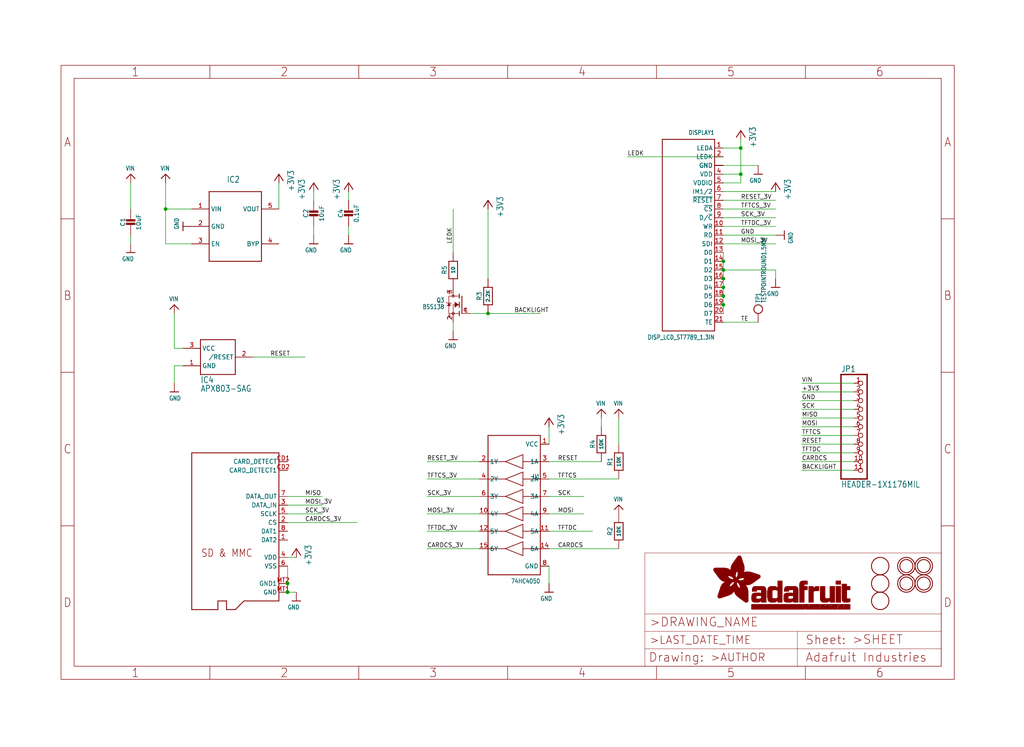
<source format=kicad_sch>
(kicad_sch (version 20211123) (generator eeschema)
  (paper "User" 298.45 217.881)
  (lib_symbols
    (symbol "eagleSchem-eagle-import:+3V3" (power)
      (property "Value" "+3V3" (at -2.54 -5.08 90))
      (symbol "+3V3_1_0"
        (pin power_in line (at 0 -2.54 90) (length 2.54) (name "+3V3") (number "1"))
      )
    )
    (symbol "eagleSchem-eagle-import:74HC4050DTSSOP"
      (property "Reference" "U" (at -7.62 22.86 0))
      (property "Value" "74HC4050DTSSOP" (at -7.62 -22.86 0))
      (symbol "74HC4050DTSSOP_1_0"
        (pin bidirectional line (at -10.16 17.78 0) (length 2.54) (name "VCC") (number "1"))
        (pin bidirectional line (at 10.16 -2.54 180) (length 2.54) (name "4Y") (number "10"))
        (pin bidirectional line (at -10.16 -7.62 0) (length 2.54) (name "5A") (number "11"))
        (pin bidirectional line (at 10.16 -7.62 180) (length 2.54) (name "5Y") (number "12"))
        (pin bidirectional line (at -10.16 -12.7 0) (length 2.54) (name "6A") (number "14"))
        (pin bidirectional line (at 10.16 -12.7 180) (length 2.54) (name "6Y") (number "15"))
        (pin bidirectional line (at 10.16 12.7 180) (length 2.54) (name "1Y") (number "2"))
        (pin bidirectional line (at -10.16 12.7 0) (length 2.54) (name "1A") (number "3"))
        (pin bidirectional line (at 10.16 7.62 180) (length 2.54) (name "2Y") (number "4"))
        (pin bidirectional line (at -10.16 7.62 0) (length 2.54) (name "2A") (number "5"))
        (pin bidirectional line (at 10.16 2.54 180) (length 2.54) (name "3Y") (number "6"))
        (pin bidirectional line (at -10.16 2.54 0) (length 2.54) (name "3A") (number "7"))
        (pin bidirectional line (at -10.16 -17.78 0) (length 2.54) (name "GND") (number "8"))
        (pin bidirectional line (at -10.16 -2.54 0) (length 2.54) (name "4A") (number "9"))
      )
    )
    (symbol "eagleSchem-eagle-import:AXP083-SAG"
      (property "Reference" "IC" (at -5.08 -7.62 0))
      (property "Value" "AXP083-SAG" (at -5.08 -10.16 0))
      (symbol "AXP083-SAG_1_0"
        (pin power_in line (at -10.16 -2.54 0) (length 5.08) (name "GND") (number "1"))
        (pin output line (at 10.16 0 180) (length 5.08) (name "/RESET") (number "2"))
        (pin power_in line (at -10.16 2.54 0) (length 5.08) (name "VCC") (number "3"))
      )
    )
    (symbol "eagleSchem-eagle-import:CAP_CERAMIC0603_NO"
      (property "Reference" "C" (at -2.29 1.25 90))
      (property "Value" "CAP_CERAMIC0603_NO" (at 2.3 1.25 90))
      (symbol "CAP_CERAMIC0603_NO_1_0"
        (pin passive line (at 0 5.08 270) (length 2.54) (name "1") (number "1"))
        (pin passive line (at 0 -2.54 90) (length 2.54) (name "2") (number "2"))
      )
    )
    (symbol "eagleSchem-eagle-import:CAP_CERAMIC0805-NOOUTLINE"
      (property "Reference" "C" (at -2.29 1.25 90))
      (property "Value" "CAP_CERAMIC0805-NOOUTLINE" (at 2.3 1.25 90))
      (symbol "CAP_CERAMIC0805-NOOUTLINE_1_0"
        (pin passive line (at 0 5.08 270) (length 2.54) (name "1") (number "1"))
        (pin passive line (at 0 -2.54 90) (length 2.54) (name "2") (number "2"))
      )
    )
    (symbol "eagleSchem-eagle-import:DISP_LCD_ST7789_1.3IN"
      (property "Reference" "DISPLAY" (at -7.62 31.75 0))
      (property "Value" "DISP_LCD_ST7789_1.3IN" (at -7.62 -27.94 0))
      (symbol "DISP_LCD_ST7789_1.3IN_1_0"
        (pin input line (at -10.16 27.94 0) (length 2.54) (name "LEDA") (number "1"))
        (pin input line (at -10.16 5.08 0) (length 2.54) (name "WR") (number "10"))
        (pin input line (at -10.16 2.54 0) (length 2.54) (name "RD") (number "11"))
        (pin input line (at -10.16 0 0) (length 2.54) (name "SDI") (number "12"))
        (pin bidirectional line (at -10.16 -2.54 0) (length 2.54) (name "D0") (number "13"))
        (pin bidirectional line (at -10.16 -5.08 0) (length 2.54) (name "D1") (number "14"))
        (pin bidirectional line (at -10.16 -7.62 0) (length 2.54) (name "D2") (number "15"))
        (pin bidirectional line (at -10.16 -10.16 0) (length 2.54) (name "D3") (number "16"))
        (pin bidirectional line (at -10.16 -12.7 0) (length 2.54) (name "D4") (number "17"))
        (pin bidirectional line (at -10.16 -15.24 0) (length 2.54) (name "D5") (number "18"))
        (pin bidirectional line (at -10.16 -17.78 0) (length 2.54) (name "D6") (number "19"))
        (pin input line (at -10.16 25.4 0) (length 2.54) (name "LEDK") (number "2"))
        (pin bidirectional line (at -10.16 -20.32 0) (length 2.54) (name "D7") (number "20"))
        (pin output line (at -10.16 -22.86 0) (length 2.54) (name "TE") (number "21"))
        (pin power_in line (at -10.16 22.86 0) (length 2.54) (name "GND") (number "23"))
        (pin power_in line (at -10.16 22.86 0) (length 2.54) (name "GND") (number "24"))
        (pin power_in line (at -10.16 22.86 0) (length 2.54) (name "GND") (number "3"))
        (pin power_in line (at -10.16 20.32 0) (length 2.54) (name "VDD") (number "4"))
        (pin power_in line (at -10.16 17.78 0) (length 2.54) (name "VDDIO") (number "5"))
        (pin input line (at -10.16 15.24 0) (length 2.54) (name "IM1/2") (number "6"))
        (pin input line (at -10.16 12.7 0) (length 2.54) (name "~{RESET}") (number "7"))
        (pin input line (at -10.16 10.16 0) (length 2.54) (name "~{CS}") (number "8"))
        (pin input line (at -10.16 7.62 0) (length 2.54) (name "D/~{C}") (number "9"))
      )
    )
    (symbol "eagleSchem-eagle-import:FIDUCIAL")
    (symbol "eagleSchem-eagle-import:FRAME_A4_ADAFRUIT"
      (symbol "FRAME_A4_ADAFRUIT_1_0"
        (text "1" (at 21.6958 1.905 0) (effects (font (size 2.54 2.286))))
        (text "1" (at 21.6958 177.165 0) (effects (font (size 2.54 2.286))))
        (text "2" (at 65.0875 1.905 0) (effects (font (size 2.54 2.286))))
        (text "2" (at 65.0875 177.165 0) (effects (font (size 2.54 2.286))))
        (text "3" (at 108.4792 1.905 0) (effects (font (size 2.54 2.286))))
        (text "3" (at 108.4792 177.165 0) (effects (font (size 2.54 2.286))))
        (text "4" (at 151.8708 1.905 0) (effects (font (size 2.54 2.286))))
        (text "4" (at 151.8708 177.165 0) (effects (font (size 2.54 2.286))))
        (text "5" (at 195.2625 1.905 0) (effects (font (size 2.54 2.286))))
        (text "5" (at 195.2625 177.165 0) (effects (font (size 2.54 2.286))))
        (text "6" (at 238.6542 1.905 0) (effects (font (size 2.54 2.286))))
        (text "6" (at 238.6542 177.165 0) (effects (font (size 2.54 2.286))))
        (text ">AUTHOR" (at 189.23 5.08 0) (effects (font (size 2.286 2.286)) (justify left bottom)))
        (text ">DRAWING_NAME" (at 171.45 15.24 0) (effects (font (size 2.54 2.54)) (justify left bottom)))
        (text ">LAST_DATE_TIME" (at 171.45 10.16 0) (effects (font (size 2.286 2.286)) (justify left bottom)))
        (text ">SHEET" (at 230.505 10.16 0) (effects (font (size 2.54 2.54)) (justify left bottom)))
        (text "A" (at 1.905 156.6863 0) (effects (font (size 2.54 2.286))))
        (text "A" (at 258.445 156.6863 0) (effects (font (size 2.54 2.286))))
        (text "Adafruit Industries" (at 216.916 4.953 0) (effects (font (size 2.54 2.54)) (justify left bottom)))
        (text "B" (at 1.905 111.9188 0) (effects (font (size 2.54 2.286))))
        (text "B" (at 258.445 111.9188 0) (effects (font (size 2.54 2.286))))
        (text "C" (at 1.905 67.1513 0) (effects (font (size 2.54 2.286))))
        (text "C" (at 258.445 67.1513 0) (effects (font (size 2.54 2.286))))
        (text "D" (at 1.905 22.3838 0) (effects (font (size 2.54 2.286))))
        (text "D" (at 258.445 22.3838 0) (effects (font (size 2.54 2.286))))
        (text "Drawing:" (at 171.196 4.953 0) (effects (font (size 2.54 2.54)) (justify left bottom)))
        (text "Sheet:" (at 216.916 10.033 0) (effects (font (size 2.54 2.54)) (justify left bottom)))
      )
    )
    (symbol "eagleSchem-eagle-import:GND" (power)
      (property "Value" "GND" (at -1.524 -2.54 0))
      (symbol "GND_1_0"
        (pin power_in line (at 0 2.54 270) (length 2.54) (name "GND") (number "1"))
      )
    )
    (symbol "eagleSchem-eagle-import:HEADER-1X1176MIL"
      (property "Reference" "JP" (at -6.35 15.875 0))
      (property "Value" "HEADER-1X1176MIL" (at -6.35 -17.78 0))
      (symbol "HEADER-1X1176MIL_1_0"
        (pin passive inverted (at -2.54 12.7 0) (length 2.54) (name "1") (number "1"))
        (pin passive inverted (at -2.54 -10.16 0) (length 2.54) (name "10") (number "10"))
        (pin passive inverted (at -2.54 -12.7 0) (length 2.54) (name "11") (number "11"))
        (pin passive inverted (at -2.54 10.16 0) (length 2.54) (name "2") (number "2"))
        (pin passive inverted (at -2.54 7.62 0) (length 2.54) (name "3") (number "3"))
        (pin passive inverted (at -2.54 5.08 0) (length 2.54) (name "4") (number "4"))
        (pin passive inverted (at -2.54 2.54 0) (length 2.54) (name "5") (number "5"))
        (pin passive inverted (at -2.54 0 0) (length 2.54) (name "6") (number "6"))
        (pin passive inverted (at -2.54 -2.54 0) (length 2.54) (name "7") (number "7"))
        (pin passive inverted (at -2.54 -5.08 0) (length 2.54) (name "8") (number "8"))
        (pin passive inverted (at -2.54 -7.62 0) (length 2.54) (name "9") (number "9"))
      )
    )
    (symbol "eagleSchem-eagle-import:LP298XS"
      (property "Reference" "IC" (at -12.7 -5.08 90))
      (property "Value" "LP298XS" (at 12.7 -5.08 90))
      (symbol "LP298XS_1_0"
        (pin bidirectional line (at -5.08 -15.24 90) (length 5.08) (name "VIN") (number "1"))
        (pin bidirectional line (at 0 -15.24 90) (length 5.08) (name "GND") (number "2"))
        (pin bidirectional line (at 5.08 -15.24 90) (length 5.08) (name "EN") (number "3"))
        (pin bidirectional line (at 5.08 10.16 270) (length 5.08) (name "BYP") (number "4"))
        (pin bidirectional line (at -5.08 10.16 270) (length 5.08) (name "VOUT") (number "5"))
      )
    )
    (symbol "eagleSchem-eagle-import:MICROSD"
      (symbol "MICROSD_1_0"
        (text "SD & MMC" (at -7.62 -10.16 0) (effects (font (size 2.1844 1.8567)) (justify left bottom)))
        (pin bidirectional line (at -17.78 -5.08 0) (length 2.54) (name "DAT2") (number "1"))
        (pin input line (at -17.78 0 0) (length 2.54) (name "CS") (number "2"))
        (pin input line (at -17.78 5.08 0) (length 2.54) (name "DATA_IN") (number "3"))
        (pin power_in line (at -17.78 -10.16 0) (length 2.54) (name "VDD") (number "4"))
        (pin input line (at -17.78 2.54 0) (length 2.54) (name "SCLK") (number "5"))
        (pin power_in line (at -17.78 -12.7 0) (length 2.54) (name "VSS") (number "6"))
        (pin output line (at -17.78 7.62 0) (length 2.54) (name "DATA_OUT") (number "7"))
        (pin bidirectional line (at -17.78 -2.54 0) (length 2.54) (name "DAT1") (number "8"))
        (pin passive line (at -17.78 17.78 0) (length 2.54) (name "CARD_DETECT") (number "CD1"))
        (pin passive line (at -17.78 15.24 0) (length 2.54) (name "CARD_DETECT1") (number "CD2"))
        (pin power_in line (at -17.78 -20.32 0) (length 2.54) (name "GND") (number "MT1"))
        (pin power_in line (at -17.78 -17.78 0) (length 2.54) (name "GND1") (number "MT2"))
      )
    )
    (symbol "eagleSchem-eagle-import:MOSFET-NWIDE"
      (property "Reference" "Q" (at 5.08 0.635 0))
      (property "Value" "MOSFET-NWIDE" (at 5.08 -1.27 0))
      (symbol "MOSFET-NWIDE_1_0"
        (text "D" (at 3.175 3.175 0) (effects (font (size 0.8128 0.6908)) (justify left bottom)))
        (text "G" (at -1.27 -1.905 0) (effects (font (size 0.8128 0.6908)) (justify left bottom)))
        (text "S" (at 3.175 -3.81 0) (effects (font (size 0.8128 0.6908)) (justify left bottom)))
        (pin bidirectional line (at -2.54 -2.54 0) (length 2.54) (name "G") (number "1"))
        (pin bidirectional line (at 2.54 -5.08 90) (length 2.54) (name "S") (number "2"))
        (pin bidirectional line (at 2.54 5.08 270) (length 2.54) (name "D") (number "3"))
      )
    )
    (symbol "eagleSchem-eagle-import:MOUNTINGHOLE2.5")
    (symbol "eagleSchem-eagle-import:RESISTOR_0603_NOOUT"
      (property "Reference" "R" (at 0 2.54 0))
      (property "Value" "RESISTOR_0603_NOOUT" (at 0 0 0))
      (symbol "RESISTOR_0603_NOOUT_1_0"
        (pin passive line (at -5.08 0 0) (length 2.54) (name "1") (number "1"))
        (pin passive line (at 5.08 0 180) (length 2.54) (name "2") (number "2"))
      )
    )
    (symbol "eagleSchem-eagle-import:TESTPOINTROUND1.5MM"
      (property "Reference" "TP" (at 0 5.588 90))
      (property "Value" "TESTPOINTROUND1.5MM" (at 1.651 5.588 90))
      (symbol "TESTPOINTROUND1.5MM_1_0"
        (pin bidirectional line (at 0 0 90) (length 2.54) (name "P$1") (number "P$1"))
      )
    )
    (symbol "eagleSchem-eagle-import:VIN" (power)
      (property "Value" "VIN" (at -1.524 1.016 0))
      (symbol "VIN_1_0"
        (pin power_in line (at 0 -2.54 90) (length 2.54) (name "VIN") (number "1"))
      )
    )
  )
  (junction (at 210.82 81.28))
  (junction (at 215.9 43.18))
  (junction (at 215.9 50.8))
  (junction (at 48.26 60.96))
  (junction (at 83.82 172.72))
  (junction (at 210.82 88.9))
  (junction (at 210.82 83.82))
  (junction (at 210.82 86.36))
  (junction (at 83.82 170.18))
  (junction (at 210.82 78.74))
  (junction (at 210.82 76.2))
  (junction (at 142.24 91.44))
  (wire (pts (xy 248.92 111.76) (xy 233.68 111.76)))
  (wire (pts (xy 160.02 139.7) (xy 180.34 139.7)))
  (wire (pts (xy 48.26 60.96) (xy 55.88 60.96)))
  (wire (pts (xy 210.82 50.8) (xy 215.9 50.8)))
  (wire (pts (xy 210.82 68.58) (xy 226.06 68.58)))
  (wire (pts (xy 132.08 96.52) (xy 132.08 93.98)))
  (wire (pts (xy 210.82 93.98) (xy 220.98 93.98)))
  (wire (pts (xy 139.7 160.02) (xy 124.46 160.02)))
  (wire (pts (xy 248.92 134.62) (xy 233.68 134.62)))
  (wire (pts (xy 210.82 78.74) (xy 210.82 81.28)))
  (wire (pts (xy 91.44 55.88) (xy 91.44 58.42)))
  (wire (pts (xy 50.8 106.68) (xy 53.34 106.68)))
  (wire (pts (xy 83.82 172.72) (xy 83.82 170.18)))
  (wire (pts (xy 137.16 91.44) (xy 142.24 91.44)))
  (wire (pts (xy 210.82 53.34) (xy 215.9 53.34)))
  (wire (pts (xy 248.92 137.16) (xy 233.68 137.16)))
  (wire (pts (xy 142.24 60.96) (xy 142.24 81.28)))
  (wire (pts (xy 160.02 134.62) (xy 175.26 134.62)))
  (wire (pts (xy 210.82 63.5) (xy 226.06 63.5)))
  (wire (pts (xy 53.34 101.6) (xy 50.8 101.6)))
  (wire (pts (xy 210.82 58.42) (xy 226.06 58.42)))
  (wire (pts (xy 226.06 60.96) (xy 210.82 60.96)))
  (wire (pts (xy 101.6 55.88) (xy 101.6 58.42)))
  (wire (pts (xy 38.1 71.12) (xy 38.1 68.58)))
  (wire (pts (xy 48.26 60.96) (xy 48.26 53.34)))
  (wire (pts (xy 132.08 73.66) (xy 132.08 60.96)))
  (wire (pts (xy 210.82 55.88) (xy 226.06 55.88)))
  (wire (pts (xy 170.18 144.78) (xy 160.02 144.78)))
  (wire (pts (xy 226.06 66.04) (xy 210.82 66.04)))
  (wire (pts (xy 139.7 134.62) (xy 124.46 134.62)))
  (wire (pts (xy 210.82 48.26) (xy 220.98 48.26)))
  (wire (pts (xy 248.92 116.84) (xy 233.68 116.84)))
  (wire (pts (xy 73.66 104.14) (xy 88.9 104.14)))
  (wire (pts (xy 38.1 53.34) (xy 38.1 60.96)))
  (wire (pts (xy 180.34 121.92) (xy 180.34 129.54)))
  (wire (pts (xy 233.68 121.92) (xy 248.92 121.92)))
  (wire (pts (xy 91.44 68.58) (xy 91.44 66.04)))
  (wire (pts (xy 55.88 71.12) (xy 48.26 71.12)))
  (wire (pts (xy 210.82 73.66) (xy 210.82 76.2)))
  (wire (pts (xy 226.06 78.74) (xy 226.06 81.28)))
  (wire (pts (xy 104.14 152.4) (xy 83.82 152.4)))
  (wire (pts (xy 101.6 68.58) (xy 101.6 66.04)))
  (wire (pts (xy 175.26 124.46) (xy 175.26 121.92)))
  (wire (pts (xy 83.82 170.18) (xy 83.82 165.1)))
  (wire (pts (xy 81.28 53.34) (xy 81.28 60.96)))
  (wire (pts (xy 248.92 132.08) (xy 233.68 132.08)))
  (wire (pts (xy 233.68 127) (xy 248.92 127)))
  (wire (pts (xy 160.02 154.94) (xy 172.72 154.94)))
  (wire (pts (xy 215.9 53.34) (xy 215.9 50.8)))
  (wire (pts (xy 215.9 43.18) (xy 215.9 40.64)))
  (wire (pts (xy 248.92 129.54) (xy 233.68 129.54)))
  (wire (pts (xy 160.02 149.86) (xy 170.18 149.86)))
  (wire (pts (xy 210.82 76.2) (xy 210.82 78.74)))
  (wire (pts (xy 48.26 71.12) (xy 48.26 60.96)))
  (wire (pts (xy 210.82 43.18) (xy 215.9 43.18)))
  (wire (pts (xy 210.82 45.72) (xy 182.88 45.72)))
  (wire (pts (xy 93.98 149.86) (xy 83.82 149.86)))
  (wire (pts (xy 215.9 50.8) (xy 215.9 43.18)))
  (wire (pts (xy 139.7 139.7) (xy 124.46 139.7)))
  (wire (pts (xy 160.02 170.18) (xy 160.02 165.1)))
  (wire (pts (xy 226.06 71.12) (xy 210.82 71.12)))
  (wire (pts (xy 139.7 149.86) (xy 124.46 149.86)))
  (wire (pts (xy 210.82 83.82) (xy 210.82 86.36)))
  (wire (pts (xy 210.82 86.36) (xy 210.82 88.9)))
  (wire (pts (xy 210.82 78.74) (xy 226.06 78.74)))
  (wire (pts (xy 50.8 111.76) (xy 50.8 106.68)))
  (wire (pts (xy 160.02 160.02) (xy 180.34 160.02)))
  (wire (pts (xy 93.98 147.32) (xy 83.82 147.32)))
  (wire (pts (xy 210.82 81.28) (xy 210.82 83.82)))
  (wire (pts (xy 139.7 154.94) (xy 124.46 154.94)))
  (wire (pts (xy 210.82 88.9) (xy 210.82 91.44)))
  (wire (pts (xy 86.36 162.56) (xy 83.82 162.56)))
  (wire (pts (xy 83.82 172.72) (xy 86.36 172.72)))
  (wire (pts (xy 233.68 114.3) (xy 248.92 114.3)))
  (wire (pts (xy 160.02 124.46) (xy 160.02 129.54)))
  (wire (pts (xy 248.92 119.38) (xy 233.68 119.38)))
  (wire (pts (xy 248.92 124.46) (xy 233.68 124.46)))
  (wire (pts (xy 142.24 91.44) (xy 157.48 91.44)))
  (wire (pts (xy 139.7 144.78) (xy 124.46 144.78)))
  (wire (pts (xy 83.82 144.78) (xy 93.98 144.78)))
  (wire (pts (xy 50.8 91.44) (xy 50.8 101.6)))
  (label "MOSI_3V" (at 124.46 149.86 0) (effects (font (size 1.2446 1.2446))))
  (label "LEDK" (at 132.08 71.12 90) (effects (font (size 1.2446 1.2446))))
  (label "TE" (at 215.9 93.98 0) (effects (font (size 1.2446 1.2446))))
  (label "BACKLIGHT" (at 233.68 137.16 0) (effects (font (size 1.2446 1.2446))))
  (label "+3V3" (at 233.68 114.3 0) (effects (font (size 1.2446 1.2446))))
  (label "SCK" (at 233.68 119.38 0) (effects (font (size 1.2446 1.2446))))
  (label "CARDCS" (at 233.68 134.62 0) (effects (font (size 1.2446 1.2446))))
  (label "SCK_3V" (at 215.9 63.5 0) (effects (font (size 1.2446 1.2446))))
  (label "BACKLIGHT" (at 149.86 91.44 0) (effects (font (size 1.2446 1.2446))))
  (label "RESET" (at 162.56 134.62 0) (effects (font (size 1.2446 1.2446))))
  (label "CARDCS_3V" (at 124.46 160.02 0) (effects (font (size 1.2446 1.2446))))
  (label "MOSI_3V" (at 215.9 71.12 0) (effects (font (size 1.2446 1.2446))))
  (label "MISO" (at 233.68 121.92 0) (effects (font (size 1.2446 1.2446))))
  (label "GND" (at 215.9 68.58 0) (effects (font (size 1.2446 1.2446))))
  (label "MOSI_3V" (at 88.9 147.32 0) (effects (font (size 1.2446 1.2446))))
  (label "TFTDC" (at 162.56 154.94 0) (effects (font (size 1.2446 1.2446))))
  (label "MOSI" (at 162.56 149.86 0) (effects (font (size 1.2446 1.2446))))
  (label "SCK_3V" (at 88.9 149.86 0) (effects (font (size 1.2446 1.2446))))
  (label "SCK_3V" (at 124.46 144.78 0) (effects (font (size 1.2446 1.2446))))
  (label "RESET" (at 78.74 104.14 0) (effects (font (size 1.2446 1.2446))))
  (label "CARDCS" (at 162.56 160.02 0) (effects (font (size 1.2446 1.2446))))
  (label "RESET_3V" (at 215.9 58.42 0) (effects (font (size 1.2446 1.2446))))
  (label "CARDCS_3V" (at 88.9 152.4 0) (effects (font (size 1.2446 1.2446))))
  (label "SCK" (at 162.56 144.78 0) (effects (font (size 1.2446 1.2446))))
  (label "TFTCS_3V" (at 215.9 60.96 0) (effects (font (size 1.2446 1.2446))))
  (label "TFTCS" (at 162.56 139.7 0) (effects (font (size 1.2446 1.2446))))
  (label "TFTDC" (at 233.68 132.08 0) (effects (font (size 1.2446 1.2446))))
  (label "TFTCS" (at 233.68 127 0) (effects (font (size 1.2446 1.2446))))
  (label "MISO" (at 88.9 144.78 0) (effects (font (size 1.2446 1.2446))))
  (label "RESET" (at 233.68 129.54 0) (effects (font (size 1.2446 1.2446))))
  (label "LEDK" (at 182.88 45.72 0) (effects (font (size 1.2446 1.2446))))
  (label "TFTDC_3V" (at 124.46 154.94 0) (effects (font (size 1.2446 1.2446))))
  (label "TFTCS_3V" (at 124.46 139.7 0) (effects (font (size 1.2446 1.2446))))
  (label "MOSI" (at 233.68 124.46 0) (effects (font (size 1.2446 1.2446))))
  (label "RESET_3V" (at 124.46 134.62 0) (effects (font (size 1.2446 1.2446))))
  (label "VIN" (at 233.68 111.76 0) (effects (font (size 1.2446 1.2446))))
  (label "GND" (at 233.68 116.84 0) (effects (font (size 1.2446 1.2446))))
  (label "TFTDC_3V" (at 215.9 66.04 0) (effects (font (size 1.2446 1.2446))))
  (symbol (lib_id "eagleSchem-eagle-import:74HC4050DTSSOP") (at 149.86 147.32 0) (mirror y) (unit 1)
    (property "Reference" "U1" (at 157.48 139.7 0) (effects (font (size 1.27 1.0795)) (justify left bottom)))
    (property "Value" "74HC4050" (at 157.48 170.18 0) (effects (font (size 1.27 1.0795)) (justify left bottom)))
    (property "Footprint" "eagleSchem:TSSOP16" (effects hide))
  )
  (symbol (lib_id "eagleSchem-eagle-import:MICROSD") (at 66.04 152.4 0) (mirror y) (unit 1)
    (property "Reference" "Q2" (effects hide))
    (property "Value" "MICROSD" (effects hide))
    (property "Footprint" "eagleSchem:MICROSD" (effects hide))
  )
  (symbol (lib_id "eagleSchem-eagle-import:LP298XS") (at 71.12 66.04 270) (unit 1)
    (property "Reference" "IC2" (at 66.04 53.34 90) (effects (font (size 1.778 1.5113)) (justify left bottom)))
    (property "Value" "AP2112K-3.3" (effects hide))
    (property "Footprint" "eagleSchem:SOT23-5L" (effects hide))
  )
  (symbol (lib_id "eagleSchem-eagle-import:VIN") (at 175.26 119.38 0) (unit 1)
    (property "Reference" "#U$14" (effects hide))
    (property "Value" "VIN" (at 173.736 118.364 0) (effects (font (size 1.27 1.0795)) (justify left bottom)))
    (property "Footprint" "eagleSchem:" (effects hide))
  )
  (symbol (lib_id "eagleSchem-eagle-import:VIN") (at 48.26 50.8 0) (unit 1)
    (property "Reference" "#U$6" (effects hide))
    (property "Value" "VIN" (at 46.736 49.784 0) (effects (font (size 1.27 1.0795)) (justify left bottom)))
    (property "Footprint" "eagleSchem:" (effects hide))
  )
  (symbol (lib_id "eagleSchem-eagle-import:CAP_CERAMIC0805-NOOUTLINE") (at 38.1 66.04 0) (unit 1)
    (property "Reference" "C1" (at 35.81 64.79 90))
    (property "Value" "10uF" (at 40.4 64.79 90))
    (property "Footprint" "eagleSchem:0805-NO" (effects hide))
  )
  (symbol (lib_id "eagleSchem-eagle-import:VIN") (at 38.1 50.8 0) (unit 1)
    (property "Reference" "#U$1" (effects hide))
    (property "Value" "VIN" (at 36.576 49.784 0) (effects (font (size 1.27 1.0795)) (justify left bottom)))
    (property "Footprint" "eagleSchem:" (effects hide))
  )
  (symbol (lib_id "eagleSchem-eagle-import:MOUNTINGHOLE2.5") (at 269.24 165.1 0) (unit 1)
    (property "Reference" "U$8" (effects hide))
    (property "Value" "MOUNTINGHOLE2.5" (effects hide))
    (property "Footprint" "eagleSchem:MOUNTINGHOLE_2.5_PLATED" (effects hide))
  )
  (symbol (lib_id "eagleSchem-eagle-import:+3V3") (at 226.06 53.34 0) (mirror y) (unit 1)
    (property "Reference" "#+3V5" (effects hide))
    (property "Value" "+3V3" (at 228.6 58.42 90) (effects (font (size 1.778 1.5113)) (justify left bottom)))
    (property "Footprint" "eagleSchem:" (effects hide))
  )
  (symbol (lib_id "eagleSchem-eagle-import:GND") (at 220.98 50.8 0) (unit 1)
    (property "Reference" "#GND3" (effects hide))
    (property "Value" "GND" (at 218.44 53.34 0) (effects (font (size 1.27 1.0795)) (justify left bottom)))
    (property "Footprint" "eagleSchem:" (effects hide))
  )
  (symbol (lib_id "eagleSchem-eagle-import:VIN") (at 50.8 88.9 0) (unit 1)
    (property "Reference" "#U$17" (effects hide))
    (property "Value" "VIN" (at 49.276 87.884 0) (effects (font (size 1.27 1.0795)) (justify left bottom)))
    (property "Footprint" "eagleSchem:" (effects hide))
  )
  (symbol (lib_id "eagleSchem-eagle-import:VIN") (at 180.34 147.32 0) (unit 1)
    (property "Reference" "#U$13" (effects hide))
    (property "Value" "VIN" (at 178.816 146.304 0) (effects (font (size 1.27 1.0795)) (justify left bottom)))
    (property "Footprint" "eagleSchem:" (effects hide))
  )
  (symbol (lib_id "eagleSchem-eagle-import:RESISTOR_0603_NOOUT") (at 132.08 78.74 90) (unit 1)
    (property "Reference" "R5" (at 129.54 78.74 0))
    (property "Value" "10" (at 132.08 78.74 0) (effects (font (size 1.016 1.016) bold)))
    (property "Footprint" "eagleSchem:0603-NO" (effects hide))
  )
  (symbol (lib_id "eagleSchem-eagle-import:CAP_CERAMIC0805-NOOUTLINE") (at 91.44 63.5 0) (unit 1)
    (property "Reference" "C2" (at 89.15 62.25 90))
    (property "Value" "10uF" (at 93.74 62.25 90))
    (property "Footprint" "eagleSchem:0805-NO" (effects hide))
  )
  (symbol (lib_id "eagleSchem-eagle-import:GND") (at 101.6 71.12 0) (unit 1)
    (property "Reference" "#GND13" (effects hide))
    (property "Value" "GND" (at 99.06 73.66 0) (effects (font (size 1.27 1.0795)) (justify left bottom)))
    (property "Footprint" "eagleSchem:" (effects hide))
  )
  (symbol (lib_id "eagleSchem-eagle-import:FIDUCIAL") (at 256.54 170.18 0) (unit 1)
    (property "Reference" "U$3" (effects hide))
    (property "Value" "FIDUCIAL" (effects hide))
    (property "Footprint" "eagleSchem:FIDUCIAL_1MM" (effects hide))
  )
  (symbol (lib_id "eagleSchem-eagle-import:+3V3") (at 215.9 38.1 0) (mirror y) (unit 1)
    (property "Reference" "#+3V7" (effects hide))
    (property "Value" "+3V3" (at 218.44 43.18 90) (effects (font (size 1.778 1.5113)) (justify left bottom)))
    (property "Footprint" "eagleSchem:" (effects hide))
  )
  (symbol (lib_id "eagleSchem-eagle-import:GND") (at 53.34 66.04 270) (unit 1)
    (property "Reference" "#GND9" (effects hide))
    (property "Value" "GND" (at 50.8 63.5 0) (effects (font (size 1.27 1.0795)) (justify left bottom)))
    (property "Footprint" "eagleSchem:" (effects hide))
  )
  (symbol (lib_id "eagleSchem-eagle-import:AXP083-SAG") (at 63.5 104.14 0) (unit 1)
    (property "Reference" "IC4" (at 58.42 111.76 0) (effects (font (size 1.778 1.5113)) (justify left bottom)))
    (property "Value" "APX803-SAG" (at 58.42 114.3 0) (effects (font (size 1.778 1.5113)) (justify left bottom)))
    (property "Footprint" "eagleSchem:SOT23" (effects hide))
  )
  (symbol (lib_id "eagleSchem-eagle-import:HEADER-1X1176MIL") (at 251.46 124.46 0) (unit 1)
    (property "Reference" "JP1" (at 245.11 108.585 0) (effects (font (size 1.778 1.5113)) (justify left bottom)))
    (property "Value" "HEADER-1X1176MIL" (at 245.11 142.24 0) (effects (font (size 1.778 1.5113)) (justify left bottom)))
    (property "Footprint" "eagleSchem:1X11_ROUND_76" (effects hide))
  )
  (symbol (lib_id "eagleSchem-eagle-import:FIDUCIAL") (at 256.54 175.26 0) (unit 1)
    (property "Reference" "U$5" (effects hide))
    (property "Value" "FIDUCIAL" (effects hide))
    (property "Footprint" "eagleSchem:FIDUCIAL_1MM" (effects hide))
  )
  (symbol (lib_id "eagleSchem-eagle-import:GND") (at 228.6 68.58 90) (unit 1)
    (property "Reference" "#GND6" (effects hide))
    (property "Value" "GND" (at 231.14 71.12 0) (effects (font (size 1.27 1.0795)) (justify left bottom)))
    (property "Footprint" "eagleSchem:" (effects hide))
  )
  (symbol (lib_id "eagleSchem-eagle-import:FRAME_A4_ADAFRUIT") (at 17.78 198.12 0) (unit 1)
    (property "Reference" "#U$15" (effects hide))
    (property "Value" "FRAME_A4_ADAFRUIT" (effects hide))
    (property "Footprint" "eagleSchem:" (effects hide))
  )
  (symbol (lib_id "eagleSchem-eagle-import:MOUNTINGHOLE2.5") (at 264.16 165.1 0) (unit 1)
    (property "Reference" "U$7" (effects hide))
    (property "Value" "MOUNTINGHOLE2.5" (effects hide))
    (property "Footprint" "eagleSchem:MOUNTINGHOLE_2.5_PLATED" (effects hide))
  )
  (symbol (lib_id "eagleSchem-eagle-import:RESISTOR_0603_NOOUT") (at 175.26 129.54 90) (unit 1)
    (property "Reference" "R4" (at 172.72 129.54 0))
    (property "Value" "10K" (at 175.26 129.54 0) (effects (font (size 1.016 1.016) bold)))
    (property "Footprint" "eagleSchem:0603-NO" (effects hide))
  )
  (symbol (lib_id "eagleSchem-eagle-import:MOUNTINGHOLE2.5") (at 269.24 170.18 0) (unit 1)
    (property "Reference" "U$9" (effects hide))
    (property "Value" "MOUNTINGHOLE2.5" (effects hide))
    (property "Footprint" "eagleSchem:MOUNTINGHOLE_2.5_PLATED" (effects hide))
  )
  (symbol (lib_id "eagleSchem-eagle-import:MOSFET-NWIDE") (at 134.62 88.9 0) (mirror y) (unit 1)
    (property "Reference" "Q3" (at 129.54 88.265 0) (effects (font (size 1.27 1.0795)) (justify left bottom)))
    (property "Value" "BSS138" (at 129.54 90.17 0) (effects (font (size 1.27 1.0795)) (justify left bottom)))
    (property "Footprint" "eagleSchem:SOT23-WIDE" (effects hide))
  )
  (symbol (lib_id "eagleSchem-eagle-import:VIN") (at 180.34 119.38 0) (unit 1)
    (property "Reference" "#U$12" (effects hide))
    (property "Value" "VIN" (at 178.816 118.364 0) (effects (font (size 1.27 1.0795)) (justify left bottom)))
    (property "Footprint" "eagleSchem:" (effects hide))
  )
  (symbol (lib_id "eagleSchem-eagle-import:RESISTOR_0603_NOOUT") (at 180.34 154.94 90) (unit 1)
    (property "Reference" "R2" (at 177.8 154.94 0))
    (property "Value" "10K" (at 180.34 154.94 0) (effects (font (size 1.016 1.016) bold)))
    (property "Footprint" "eagleSchem:0603-NO" (effects hide))
  )
  (symbol (lib_id "eagleSchem-eagle-import:DISP_LCD_ST7789_1.3IN") (at 200.66 71.12 0) (mirror y) (unit 1)
    (property "Reference" "DISPLAY1" (at 208.28 39.37 0) (effects (font (size 1.27 1.0795)) (justify left bottom)))
    (property "Value" "DISP_LCD_ST7789_1.3IN" (at 208.28 99.06 0) (effects (font (size 1.27 1.0795)) (justify left bottom)))
    (property "Footprint" "eagleSchem:TFT_1.3IN_240X240_24P" (effects hide))
  )
  (symbol (lib_id "eagleSchem-eagle-import:+3V3") (at 86.36 160.02 0) (mirror y) (unit 1)
    (property "Reference" "#+3V4" (effects hide))
    (property "Value" "+3V3" (at 88.9 165.1 90) (effects (font (size 1.778 1.5113)) (justify left bottom)))
    (property "Footprint" "eagleSchem:" (effects hide))
  )
  (symbol (lib_id "eagleSchem-eagle-import:RESISTOR_0603_NOOUT") (at 180.34 134.62 90) (unit 1)
    (property "Reference" "R1" (at 177.8 134.62 0))
    (property "Value" "10K" (at 180.34 134.62 0) (effects (font (size 1.016 1.016) bold)))
    (property "Footprint" "eagleSchem:0603-NO" (effects hide))
  )
  (symbol (lib_id "eagleSchem-eagle-import:+3V3") (at 160.02 121.92 0) (mirror y) (unit 1)
    (property "Reference" "#+3V3" (effects hide))
    (property "Value" "+3V3" (at 162.56 127 90) (effects (font (size 1.778 1.5113)) (justify left bottom)))
    (property "Footprint" "eagleSchem:" (effects hide))
  )
  (symbol (lib_id "eagleSchem-eagle-import:+3V3") (at 81.28 50.8 0) (mirror y) (unit 1)
    (property "Reference" "#+3V2" (effects hide))
    (property "Value" "+3V3" (at 83.82 55.88 90) (effects (font (size 1.778 1.5113)) (justify left bottom)))
    (property "Footprint" "eagleSchem:" (effects hide))
  )
  (symbol (lib_id "eagleSchem-eagle-import:GND") (at 50.8 114.3 0) (unit 1)
    (property "Reference" "#U$11" (effects hide))
    (property "Value" "GND" (at 49.276 116.84 0) (effects (font (size 1.27 1.0795)) (justify left bottom)))
    (property "Footprint" "eagleSchem:" (effects hide))
  )
  (symbol (lib_id "eagleSchem-eagle-import:GND") (at 91.44 71.12 0) (unit 1)
    (property "Reference" "#GND11" (effects hide))
    (property "Value" "GND" (at 88.9 73.66 0) (effects (font (size 1.27 1.0795)) (justify left bottom)))
    (property "Footprint" "eagleSchem:" (effects hide))
  )
  (symbol (lib_id "eagleSchem-eagle-import:+3V3") (at 91.44 53.34 0) (unit 1)
    (property "Reference" "#+3V6" (effects hide))
    (property "Value" "+3V3" (at 88.9 58.42 90) (effects (font (size 1.778 1.5113)) (justify left bottom)))
    (property "Footprint" "eagleSchem:" (effects hide))
  )
  (symbol (lib_id "eagleSchem-eagle-import:+3V3") (at 101.6 53.34 0) (unit 1)
    (property "Reference" "#+3V8" (effects hide))
    (property "Value" "+3V3" (at 99.06 58.42 90) (effects (font (size 1.778 1.5113)) (justify left bottom)))
    (property "Footprint" "eagleSchem:" (effects hide))
  )
  (symbol (lib_id "eagleSchem-eagle-import:GND") (at 38.1 73.66 0) (unit 1)
    (property "Reference" "#GND12" (effects hide))
    (property "Value" "GND" (at 35.56 76.2 0) (effects (font (size 1.27 1.0795)) (justify left bottom)))
    (property "Footprint" "eagleSchem:" (effects hide))
  )
  (symbol (lib_id "eagleSchem-eagle-import:GND") (at 132.08 99.06 0) (unit 1)
    (property "Reference" "#GND5" (effects hide))
    (property "Value" "GND" (at 129.54 101.6 0) (effects (font (size 1.27 1.0795)) (justify left bottom)))
    (property "Footprint" "eagleSchem:" (effects hide))
  )
  (symbol (lib_id "eagleSchem-eagle-import:+3V3") (at 142.24 58.42 0) (mirror y) (unit 1)
    (property "Reference" "#+3V9" (effects hide))
    (property "Value" "+3V3" (at 144.78 63.5 90) (effects (font (size 1.778 1.5113)) (justify left bottom)))
    (property "Footprint" "eagleSchem:" (effects hide))
  )
  (symbol (lib_id "eagleSchem-eagle-import:GND") (at 226.06 83.82 0) (unit 1)
    (property "Reference" "#GND4" (effects hide))
    (property "Value" "GND" (at 223.52 86.36 0) (effects (font (size 1.27 1.0795)) (justify left bottom)))
    (property "Footprint" "eagleSchem:" (effects hide))
  )
  (symbol (lib_id "eagleSchem-eagle-import:GND") (at 86.36 175.26 0) (unit 1)
    (property "Reference" "#GND1" (effects hide))
    (property "Value" "GND" (at 83.82 177.8 0) (effects (font (size 1.27 1.0795)) (justify left bottom)))
    (property "Footprint" "eagleSchem:" (effects hide))
  )
  (symbol (lib_id "eagleSchem-eagle-import:CAP_CERAMIC0603_NO") (at 101.6 63.5 0) (unit 1)
    (property "Reference" "C4" (at 99.31 62.25 90))
    (property "Value" "0.1uF" (at 103.9 62.25 90))
    (property "Footprint" "eagleSchem:0603-NO" (effects hide))
  )
  (symbol (lib_id "eagleSchem-eagle-import:MOUNTINGHOLE2.5") (at 264.16 170.18 0) (unit 1)
    (property "Reference" "U$10" (effects hide))
    (property "Value" "MOUNTINGHOLE2.5" (effects hide))
    (property "Footprint" "eagleSchem:MOUNTINGHOLE_2.5_PLATED" (effects hide))
  )
  (symbol (lib_id "eagleSchem-eagle-import:RESISTOR_0603_NOOUT") (at 142.24 86.36 90) (unit 1)
    (property "Reference" "R3" (at 139.7 86.36 0))
    (property "Value" "2.2K" (at 142.24 86.36 0) (effects (font (size 1.016 1.016) bold)))
    (property "Footprint" "eagleSchem:0603-NO" (effects hide))
  )
  (symbol (lib_id "eagleSchem-eagle-import:GND") (at 160.02 172.72 0) (unit 1)
    (property "Reference" "#GND2" (effects hide))
    (property "Value" "GND" (at 157.48 175.26 0) (effects (font (size 1.27 1.0795)) (justify left bottom)))
    (property "Footprint" "eagleSchem:" (effects hide))
  )
  (symbol (lib_id "eagleSchem-eagle-import:TESTPOINTROUND1.5MM") (at 220.98 93.98 0) (unit 1)
    (property "Reference" "TP1" (at 220.98 88.392 90) (effects (font (size 1.27 1.0795)) (justify left)))
    (property "Value" "TESTPOINTROUND1.5MM" (at 222.631 88.392 90) (effects (font (size 1.27 1.0795)) (justify left)))
    (property "Footprint" "eagleSchem:TESTPOINT_ROUND_1.5MM" (effects hide))
  )
  (symbol (lib_id "eagleSchem-eagle-import:FIDUCIAL") (at 256.54 165.1 0) (unit 1)
    (property "Reference" "U$4" (effects hide))
    (property "Value" "FIDUCIAL" (effects hide))
    (property "Footprint" "eagleSchem:FIDUCIAL_1MM" (effects hide))
  )
)
</source>
